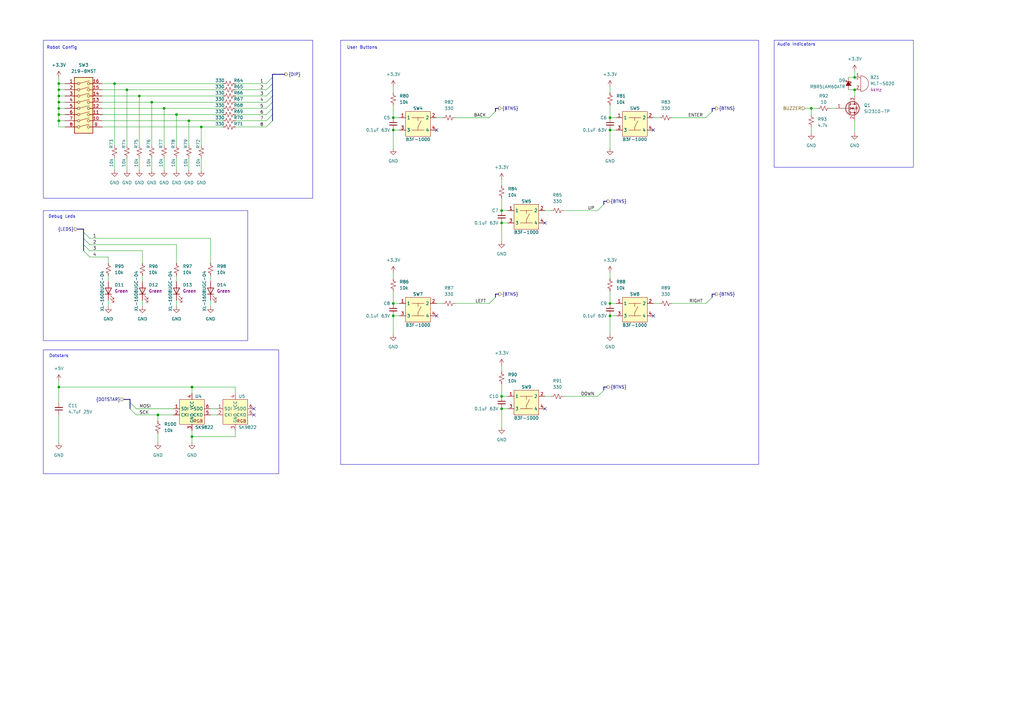
<source format=kicad_sch>
(kicad_sch (version 20231120) (generator "eeschema") (generator_version "8.0")
  (paper "A3")
  (title_block (title "Control") (date "2024-12-21") (rev "v3.0") (company "SSL A-Team") (comment 1 "Author: Will Stuckey"))
  (lib_symbols
    (symbol "AT-LED:SK9822"
      (property "Reference" "U" (at 1.27 6.35 0))
      (property "Value" "SK9822" (at 5.08 -6.35 0))
      (symbol "SK9822_0_0"
        (text "RGB" (at 2.54 -3.81 0) (effects (font (size 1.27 1.27))))
      )
      (symbol "SK9822_0_1"
        (rectangle (start -5.08 5.08) (end 5.08 -5.08) (stroke (width 0.1524)) (fill (type background)))
      )
      (symbol "SK9822_1_1"
        (pin input line (at -7.62 1.27 0) (length 2.54) (name "SDI") (number "1"))
        (pin input line (at -7.62 -1.27 0) (length 2.54) (name "CKI") (number "2"))
        (pin power_in line (at 0 -7.62 90) (length 2.54) (name "GND") (number "3"))
        (pin power_in line (at 0 7.62 270) (length 2.54) (name "VCC") (number "4"))
        (pin output line (at 7.62 -1.27 180) (length 2.54) (name "CKO") (number "5"))
        (pin output line (at 7.62 1.27 180) (length 2.54) (name "SDO") (number "6"))
      )
    )
    (symbol "AT-Switches:SPST_12-34"
      (property "Reference" "SW" (at 0 6.35 0))
      (property "Value" "SPST_12-34" (at 0 -6.35 0))
      (symbol "SPST_12-34_0_1"
        (rectangle (start -5.08 5.08) (end 5.08 -5.08) (fill (type background)))
        (polyline (pts (xy -2.54 -2.54) (xy 2.54 -2.54)))
        (polyline (pts (xy 0 -2.54) (xy 0 -1.27)))
        (polyline (pts (xy 0 -1.27) (xy 1.27 1.27)))
        (polyline (pts (xy 0 2.54) (xy 0 1.27)))
        (polyline (pts (xy 2.54 2.54) (xy -2.54 2.54)))
      )
      (symbol "SPST_12-34_1_1"
        (pin passive line (at -7.62 2.54 0) (length 2.54) (name "1") (number "1"))
        (pin passive line (at 7.62 2.54 180) (length 2.54) (name "2") (number "2"))
        (pin passive line (at -7.62 -2.54 0) (length 2.54) (name "3") (number "3"))
        (pin passive line (at 7.62 -2.54 180) (length 2.54) (name "4") (number "4"))
      )
    )
    (symbol "Device:Buzzer" (pin_names (offset 0.0254) hide)
      (property "Reference" "BZ" (at 3.81 1.27 0))
      (property "Value" "Buzzer" (at 3.81 -1.27 0))
      (symbol "Buzzer_0_1"
        (arc (start 0 -3.175) (mid 3.1612 0) (end 0 3.175))
        (polyline (pts (xy -1.651 1.905) (xy -1.143 1.905)))
        (polyline (pts (xy -1.397 2.159) (xy -1.397 1.651)))
        (polyline (pts (xy 0 3.175) (xy 0 -3.175)))
      )
      (symbol "Buzzer_1_1"
        (pin passive line (at -2.54 2.54 0) (length 2.54) (name "-") (number "1"))
        (pin passive line (at -2.54 -2.54 0) (length 2.54) (name "+") (number "2"))
      )
    )
    (symbol "Device:C_Small" (pin_numbers hide) (pin_names (offset 0.254) hide)
      (property "Reference" "C" (at 0.254 1.778 0))
      (property "Value" "C_Small" (at 0.254 -2.032 0))
      (symbol "C_Small_0_1"
        (polyline (pts (xy -1.524 -0.508) (xy 1.524 -0.508)) (stroke (width 0.3302)))
        (polyline (pts (xy -1.524 0.508) (xy 1.524 0.508)) (stroke (width 0.3048)))
      )
      (symbol "C_Small_1_1"
        (pin passive line (at 0 2.54 270) (length 2.032) (name "~") (number "1"))
        (pin passive line (at 0 -2.54 90) (length 2.032) (name "~") (number "2"))
      )
    )
    (symbol "Device:D_Schottky_Small_Filled" (pin_numbers hide) (pin_names (offset 0.254) hide)
      (property "Reference" "D" (at -1.27 2.032 0))
      (property "Value" "D_Schottky_Small_Filled" (at -7.112 -2.032 0))
      (symbol "D_Schottky_Small_Filled_0_1"
        (polyline (pts (xy -0.762 0) (xy 0.762 0)))
        (polyline (pts (xy 0.762 -1.016) (xy -0.762 0) (xy 0.762 1.016) (xy 0.762 -1.016)) (stroke (width 0.254)) (fill (type outline)))
        (polyline (pts (xy -1.27 0.762) (xy -1.27 1.016) (xy -0.762 1.016) (xy -0.762 -1.016) (xy -0.254 -1.016) (xy -0.254 -0.762)) (stroke (width 0.254)))
      )
      (symbol "D_Schottky_Small_Filled_1_1"
        (pin passive line (at -2.54 0 0) (length 1.778) (name "K") (number "1"))
        (pin passive line (at 2.54 0 180) (length 1.778) (name "A") (number "2"))
      )
    )
    (symbol "Device:LED" (pin_numbers hide) (pin_names (offset 1.016) hide)
      (property "Reference" "D" (at 0 2.54 0))
      (property "Value" "LED" (at 0 -2.54 0))
      (symbol "LED_0_1"
        (polyline (pts (xy -1.27 -1.27) (xy -1.27 1.27)) (stroke (width 0.254)))
        (polyline (pts (xy -1.27 0) (xy 1.27 0)))
        (polyline (pts (xy 1.27 -1.27) (xy 1.27 1.27) (xy -1.27 0) (xy 1.27 -1.27)) (stroke (width 0.254)))
        (polyline (pts (xy -3.048 -0.762) (xy -4.572 -2.286) (xy -3.81 -2.286) (xy -4.572 -2.286) (xy -4.572 -1.524)))
        (polyline (pts (xy -1.778 -0.762) (xy -3.302 -2.286) (xy -2.54 -2.286) (xy -3.302 -2.286) (xy -3.302 -1.524)))
      )
      (symbol "LED_1_1"
        (pin passive line (at -3.81 0 0) (length 2.54) (name "K") (number "1"))
        (pin passive line (at 3.81 0 180) (length 2.54) (name "A") (number "2"))
      )
    )
    (symbol "Device:Q_NMOS_GSD" (pin_names (offset 0) hide)
      (property "Reference" "Q" (at 5.08 1.27 0))
      (property "Value" "Q_NMOS_GSD" (at 5.08 -1.27 0))
      (symbol "Q_NMOS_GSD_0_1"
        (polyline (pts (xy 0.254 0) (xy -2.54 0)))
        (polyline (pts (xy 0.254 1.905) (xy 0.254 -1.905)) (stroke (width 0.254)))
        (polyline (pts (xy 0.762 -1.27) (xy 0.762 -2.286)) (stroke (width 0.254)))
        (polyline (pts (xy 0.762 0.508) (xy 0.762 -0.508)) (stroke (width 0.254)))
        (polyline (pts (xy 0.762 2.286) (xy 0.762 1.27)) (stroke (width 0.254)))
        (polyline (pts (xy 2.54 2.54) (xy 2.54 1.778)))
        (polyline (pts (xy 2.54 -2.54) (xy 2.54 0) (xy 0.762 0)))
        (polyline (pts (xy 0.762 -1.778) (xy 3.302 -1.778) (xy 3.302 1.778) (xy 0.762 1.778)))
        (polyline (pts (xy 1.016 0) (xy 2.032 0.381) (xy 2.032 -0.381) (xy 1.016 0)) (fill (type outline)))
        (polyline (pts (xy 2.794 0.508) (xy 2.921 0.381) (xy 3.683 0.381) (xy 3.81 0.254)))
        (polyline (pts (xy 3.302 0.381) (xy 2.921 -0.254) (xy 3.683 -0.254) (xy 3.302 0.381)))
        (circle (center 1.651 0) (radius 2.794) (stroke (width 0.254)))
        (circle (center 2.54 -1.778) (radius 0.254) (fill (type outline)))
        (circle (center 2.54 1.778) (radius 0.254) (fill (type outline)))
      )
      (symbol "Q_NMOS_GSD_1_1"
        (pin input line (at -5.08 0 0) (length 2.54) (name "G") (number "1"))
        (pin passive line (at 2.54 -5.08 90) (length 2.54) (name "S") (number "2"))
        (pin passive line (at 2.54 5.08 270) (length 2.54) (name "D") (number "3"))
      )
    )
    (symbol "Device:R_Small_US" (pin_numbers hide) (pin_names (offset 0.254) hide)
      (property "Reference" "R" (at 0.762 0.508 0))
      (property "Value" "R_Small_US" (at 0.762 -1.016 0))
      (symbol "R_Small_US_1_1"
        (polyline (pts (xy 0 0) (xy 1.016 -0.381) (xy 0 -0.762) (xy -1.016 -1.143) (xy 0 -1.524)))
        (polyline (pts (xy 0 1.524) (xy 1.016 1.143) (xy 0 0.762) (xy -1.016 0.381) (xy 0 0)))
        (pin passive line (at 0 2.54 270) (length 1.016) (name "~") (number "1"))
        (pin passive line (at 0 -2.54 90) (length 1.016) (name "~") (number "2"))
      )
    )
    (symbol "Switch:SW_DIP_x08" (pin_names (offset 0) hide)
      (property "Reference" "SW" (at 0 13.97 0))
      (property "Value" "SW_DIP_x08" (at 0 -11.43 0))
      (symbol "SW_DIP_x08_0_0"
        (circle (center -2.032 -7.62) (radius 0.508))
        (circle (center -2.032 -5.08) (radius 0.508))
        (circle (center -2.032 -2.54) (radius 0.508))
        (circle (center -2.032 0) (radius 0.508))
        (circle (center -2.032 2.54) (radius 0.508))
        (circle (center -2.032 5.08) (radius 0.508))
        (circle (center -2.032 7.62) (radius 0.508))
        (circle (center -2.032 10.16) (radius 0.508))
        (polyline (pts (xy -1.524 -7.4676) (xy 2.3622 -6.4262)))
        (polyline (pts (xy -1.524 -4.9276) (xy 2.3622 -3.8862)))
        (polyline (pts (xy -1.524 -2.3876) (xy 2.3622 -1.3462)))
        (polyline (pts (xy -1.524 0.127) (xy 2.3622 1.1684)))
        (polyline (pts (xy -1.524 2.667) (xy 2.3622 3.7084)))
        (polyline (pts (xy -1.524 5.207) (xy 2.3622 6.2484)))
        (polyline (pts (xy -1.524 7.747) (xy 2.3622 8.7884)))
        (polyline (pts (xy -1.524 10.287) (xy 2.3622 11.3284)))
        (circle (center 2.032 -7.62) (radius 0.508))
        (circle (center 2.032 -5.08) (radius 0.508))
        (circle (center 2.032 -2.54) (radius 0.508))
        (circle (center 2.032 0) (radius 0.508))
        (circle (center 2.032 2.54) (radius 0.508))
        (circle (center 2.032 5.08) (radius 0.508))
        (circle (center 2.032 7.62) (radius 0.508))
        (circle (center 2.032 10.16) (radius 0.508))
      )
      (symbol "SW_DIP_x08_0_1"
        (rectangle (start -3.81 12.7) (end 3.81 -10.16) (stroke (width 0.254)) (fill (type background)))
      )
      (symbol "SW_DIP_x08_1_1"
        (pin passive line (at -7.62 10.16 0) (length 5.08) (name "~") (number "1"))
        (pin passive line (at 7.62 -5.08 180) (length 5.08) (name "~") (number "10"))
        (pin passive line (at 7.62 -2.54 180) (length 5.08) (name "~") (number "11"))
        (pin passive line (at 7.62 0 180) (length 5.08) (name "~") (number "12"))
        (pin passive line (at 7.62 2.54 180) (length 5.08) (name "~") (number "13"))
        (pin passive line (at 7.62 5.08 180) (length 5.08) (name "~") (number "14"))
        (pin passive line (at 7.62 7.62 180) (length 5.08) (name "~") (number "15"))
        (pin passive line (at 7.62 10.16 180) (length 5.08) (name "~") (number "16"))
        (pin passive line (at -7.62 7.62 0) (length 5.08) (name "~") (number "2"))
        (pin passive line (at -7.62 5.08 0) (length 5.08) (name "~") (number "3"))
        (pin passive line (at -7.62 2.54 0) (length 5.08) (name "~") (number "4"))
        (pin passive line (at -7.62 0 0) (length 5.08) (name "~") (number "5"))
        (pin passive line (at -7.62 -2.54 0) (length 5.08) (name "~") (number "6"))
        (pin passive line (at -7.62 -5.08 0) (length 5.08) (name "~") (number "7"))
        (pin passive line (at -7.62 -7.62 0) (length 5.08) (name "~") (number "8"))
        (pin passive line (at 7.62 -7.62 180) (length 5.08) (name "~") (number "9"))
      )
    )
    (symbol "power:+3.3V" (power) (pin_names (offset 0))
      (property "Value" "+3.3V" (at 0 3.556 0))
      (symbol "+3.3V_0_1"
        (polyline (pts (xy -0.762 1.27) (xy 0 2.54)))
        (polyline (pts (xy 0 0) (xy 0 2.54)))
        (polyline (pts (xy 0 2.54) (xy 0.762 1.27)))
      )
      (symbol "+3.3V_1_1"
        (pin power_in line (at 0 0 90) (length 0) hide (name "+3.3V") (number "1"))
      )
    )
    (symbol "power:+5V" (power) (pin_names (offset 0))
      (property "Value" "+5V" (at 0 3.556 0))
      (symbol "+5V_0_1"
        (polyline (pts (xy -0.762 1.27) (xy 0 2.54)))
        (polyline (pts (xy 0 0) (xy 0 2.54)))
        (polyline (pts (xy 0 2.54) (xy 0.762 1.27)))
      )
      (symbol "+5V_1_1"
        (pin power_in line (at 0 0 90) (length 0) hide (name "+5V") (number "1"))
      )
    )
    (symbol "power:GND" (power) (pin_names (offset 0))
      (property "Value" "GND" (at 0 -3.81 0))
      (symbol "GND_0_1"
        (polyline (pts (xy 0 0) (xy 0 -1.27) (xy 1.27 -1.27) (xy 0 -2.54) (xy -1.27 -1.27) (xy 0 -1.27)))
      )
      (symbol "GND_1_1"
        (pin power_in line (at 0 0 270) (length 0) hide (name "GND") (number "1"))
      )
    )
  )
  (bus_alias "BTNS" (members "UP" "DOWN" "LEFT" "RIGHT" "ENTER" "BACK"))
  (bus_alias "DIP" (members "1" "2" "3" "4" "5" "6" "7" "8"))
  (junction (at 24.13 158.75))
  (junction (at 24.13 39.37))
  (junction (at 24.13 46.99))
  (junction (at 250.19 124.46))
  (junction (at 62.23 41.91))
  (junction (at 77.47 49.53))
  (junction (at 78.74 158.75))
  (junction (at 161.29 53.34))
  (junction (at 161.29 124.46))
  (junction (at 205.74 162.56))
  (junction (at 78.74 179.07))
  (junction (at 250.19 53.34))
  (junction (at 57.15 39.37))
  (junction (at 82.55 52.07))
  (junction (at 205.74 86.36))
  (junction (at 350.52 36.83))
  (junction (at 24.13 36.83))
  (junction (at 161.29 129.54))
  (junction (at 250.19 48.26))
  (junction (at 67.31 44.45))
  (junction (at 205.74 167.64))
  (junction (at 332.74 44.45))
  (junction (at 24.13 41.91))
  (junction (at 46.99 34.29))
  (junction (at 72.39 46.99))
  (junction (at 250.19 129.54))
  (junction (at 52.07 36.83))
  (junction (at 24.13 44.45))
  (junction (at 24.13 49.53))
  (junction (at 205.74 91.44))
  (junction (at 350.52 31.75))
  (junction (at 161.29 48.26))
  (junction (at 24.13 34.29))
  (junction (at 64.77 170.18))
  (no_connect (at 223.52 91.44))
  (no_connect (at 179.07 129.54))
  (no_connect (at 267.97 129.54))
  (no_connect (at 267.97 53.34))
  (no_connect (at 104.14 167.64))
  (no_connect (at 179.07 53.34))
  (no_connect (at 104.14 170.18))
  (no_connect (at 223.52 167.64))
  (bus_entry (at 292.1 121.92) (size -2.54 2.54))
  (bus_entry (at 247.65 83.82) (size -2.54 2.54))
  (bus_entry (at 111.76 49.53) (size -2.54 2.54))
  (bus_entry (at 111.76 34.29) (size -2.54 2.54))
  (bus_entry (at 53.34 167.64) (size 2.54 2.54))
  (bus_entry (at 111.76 36.83) (size -2.54 2.54))
  (bus_entry (at 111.76 46.99) (size -2.54 2.54))
  (bus_entry (at 111.76 44.45) (size -2.54 2.54))
  (bus_entry (at 34.29 95.25) (size 2.54 2.54))
  (bus_entry (at 203.2 121.92) (size -2.54 2.54))
  (bus_entry (at 34.29 100.33) (size 2.54 2.54))
  (bus_entry (at 34.29 97.79) (size 2.54 2.54))
  (bus_entry (at 111.76 39.37) (size -2.54 2.54))
  (bus_entry (at 53.34 165.1) (size 2.54 2.54))
  (bus_entry (at 111.76 41.91) (size -2.54 2.54))
  (bus_entry (at 111.76 31.75) (size -2.54 2.54))
  (bus_entry (at 203.2 45.72) (size -2.54 2.54))
  (bus_entry (at 34.29 102.87) (size 2.54 2.54))
  (bus_entry (at 292.1 45.72) (size -2.54 2.54))
  (bus_entry (at 247.65 160.02) (size -2.54 2.54))
  (bus (pts (xy 111.76 31.75) (xy 111.76 34.29)))
  (bus (pts (xy 111.76 44.45) (xy 111.76 46.99)))
  (wire (pts (xy 24.13 46.99) (xy 24.13 49.53)))
  (bus (pts (xy 34.29 95.25) (xy 34.29 97.79)))
  (wire (pts (xy 332.74 44.45) (xy 332.74 46.99)))
  (wire (pts (xy 78.74 176.53) (xy 78.74 179.07)))
  (wire (pts (xy 24.13 39.37) (xy 26.67 39.37)))
  (wire (pts (xy 41.91 41.91) (xy 62.23 41.91)))
  (wire (pts (xy 67.31 44.45) (xy 67.31 59.69)))
  (wire (pts (xy 58.42 113.03) (xy 58.42 115.57)))
  (wire (pts (xy 350.52 36.83) (xy 350.52 39.37)))
  (wire (pts (xy 347.98 36.83) (xy 350.52 36.83)))
  (wire (pts (xy 332.74 44.45) (xy 335.28 44.45)))
  (wire (pts (xy 205.74 157.48) (xy 205.74 162.56)))
  (wire (pts (xy 36.83 97.79) (xy 86.36 97.79)))
  (wire (pts (xy 58.42 123.19) (xy 58.42 125.73)))
  (wire (pts (xy 231.14 86.36) (xy 245.11 86.36)))
  (wire (pts (xy 267.97 48.26) (xy 270.51 48.26)))
  (wire (pts (xy 55.88 170.18) (xy 64.77 170.18)))
  (bus (pts (xy 247.65 82.55) (xy 247.65 83.82)))
  (bus (pts (xy 203.2 44.45) (xy 203.2 45.72)))
  (wire (pts (xy 205.74 86.36) (xy 208.28 86.36)))
  (wire (pts (xy 24.13 36.83) (xy 24.13 39.37)))
  (wire (pts (xy 24.13 158.75) (xy 78.74 158.75)))
  (wire (pts (xy 96.52 36.83) (xy 109.22 36.83)))
  (wire (pts (xy 88.9 170.18) (xy 86.36 170.18)))
  (wire (pts (xy 52.07 36.83) (xy 91.44 36.83)))
  (wire (pts (xy 46.99 64.77) (xy 46.99 69.85)))
  (wire (pts (xy 86.36 123.19) (xy 86.36 125.73)))
  (wire (pts (xy 161.29 129.54) (xy 163.83 129.54)))
  (bus (pts (xy 53.34 165.1) (xy 53.34 167.64)))
  (wire (pts (xy 24.13 41.91) (xy 26.67 41.91)))
  (bus (pts (xy 203.2 44.45) (xy 204.47 44.45)))
  (wire (pts (xy 78.74 158.75) (xy 96.52 158.75)))
  (wire (pts (xy 46.99 34.29) (xy 91.44 34.29)))
  (wire (pts (xy 24.13 170.18) (xy 24.13 181.61)))
  (wire (pts (xy 250.19 43.18) (xy 250.19 48.26)))
  (wire (pts (xy 205.74 162.56) (xy 208.28 162.56)))
  (bus (pts (xy 111.76 30.48) (xy 116.84 30.48)))
  (wire (pts (xy 77.47 49.53) (xy 77.47 59.69)))
  (wire (pts (xy 41.91 36.83) (xy 52.07 36.83)))
  (wire (pts (xy 161.29 119.38) (xy 161.29 124.46)))
  (wire (pts (xy 205.74 81.28) (xy 205.74 86.36)))
  (wire (pts (xy 57.15 64.77) (xy 57.15 69.85)))
  (bus (pts (xy 247.65 158.75) (xy 248.92 158.75)))
  (bus (pts (xy 292.1 120.65) (xy 292.1 121.92)))
  (wire (pts (xy 250.19 53.34) (xy 250.19 60.96)))
  (wire (pts (xy 57.15 39.37) (xy 57.15 59.69)))
  (wire (pts (xy 26.67 52.07) (xy 24.13 52.07)))
  (wire (pts (xy 72.39 46.99) (xy 91.44 46.99)))
  (wire (pts (xy 41.91 44.45) (xy 67.31 44.45)))
  (wire (pts (xy 24.13 44.45) (xy 24.13 46.99)))
  (bus (pts (xy 292.1 44.45) (xy 292.1 45.72)))
  (wire (pts (xy 41.91 49.53) (xy 77.47 49.53)))
  (wire (pts (xy 96.52 34.29) (xy 109.22 34.29)))
  (wire (pts (xy 223.52 86.36) (xy 226.06 86.36)))
  (wire (pts (xy 36.83 105.41) (xy 44.45 105.41)))
  (wire (pts (xy 86.36 113.03) (xy 86.36 115.57)))
  (wire (pts (xy 161.29 53.34) (xy 161.29 60.96)))
  (bus (pts (xy 111.76 34.29) (xy 111.76 36.83)))
  (bus (pts (xy 111.76 41.91) (xy 111.76 44.45)))
  (bus (pts (xy 53.34 163.83) (xy 53.34 165.1)))
  (wire (pts (xy 275.59 124.46) (xy 289.56 124.46)))
  (bus (pts (xy 34.29 97.79) (xy 34.29 100.33)))
  (wire (pts (xy 161.29 35.56) (xy 161.29 38.1)))
  (wire (pts (xy 96.52 44.45) (xy 109.22 44.45)))
  (wire (pts (xy 161.29 53.34) (xy 163.83 53.34)))
  (wire (pts (xy 55.88 167.64) (xy 71.12 167.64)))
  (wire (pts (xy 24.13 39.37) (xy 24.13 41.91)))
  (wire (pts (xy 41.91 46.99) (xy 72.39 46.99)))
  (wire (pts (xy 332.74 52.07) (xy 332.74 54.61)))
  (wire (pts (xy 250.19 53.34) (xy 252.73 53.34)))
  (wire (pts (xy 24.13 156.21) (xy 24.13 158.75)))
  (wire (pts (xy 88.9 167.64) (xy 86.36 167.64)))
  (wire (pts (xy 24.13 36.83) (xy 26.67 36.83)))
  (bus (pts (xy 50.8 163.83) (xy 53.34 163.83)))
  (wire (pts (xy 67.31 64.77) (xy 67.31 69.85)))
  (wire (pts (xy 161.29 124.46) (xy 163.83 124.46)))
  (wire (pts (xy 36.83 100.33) (xy 72.39 100.33)))
  (wire (pts (xy 77.47 49.53) (xy 91.44 49.53)))
  (bus (pts (xy 111.76 30.48) (xy 111.76 31.75)))
  (wire (pts (xy 41.91 52.07) (xy 82.55 52.07)))
  (wire (pts (xy 231.14 162.56) (xy 245.11 162.56)))
  (wire (pts (xy 24.13 46.99) (xy 26.67 46.99)))
  (wire (pts (xy 96.52 46.99) (xy 109.22 46.99)))
  (wire (pts (xy 57.15 39.37) (xy 91.44 39.37)))
  (wire (pts (xy 58.42 107.95) (xy 58.42 102.87)))
  (wire (pts (xy 62.23 64.77) (xy 62.23 69.85)))
  (wire (pts (xy 347.98 31.75) (xy 350.52 31.75)))
  (wire (pts (xy 350.52 49.53) (xy 350.52 54.61)))
  (wire (pts (xy 205.74 73.66) (xy 205.74 76.2)))
  (wire (pts (xy 179.07 48.26) (xy 181.61 48.26)))
  (wire (pts (xy 82.55 64.77) (xy 82.55 69.85)))
  (wire (pts (xy 24.13 41.91) (xy 24.13 44.45)))
  (wire (pts (xy 96.52 49.53) (xy 109.22 49.53)))
  (bus (pts (xy 247.65 82.55) (xy 248.92 82.55)))
  (wire (pts (xy 82.55 52.07) (xy 91.44 52.07)))
  (wire (pts (xy 82.55 52.07) (xy 82.55 59.69)))
  (wire (pts (xy 250.19 35.56) (xy 250.19 38.1)))
  (bus (pts (xy 34.29 93.98) (xy 31.75 93.98)))
  (wire (pts (xy 36.83 102.87) (xy 58.42 102.87)))
  (bus (pts (xy 292.1 120.65) (xy 293.37 120.65)))
  (wire (pts (xy 205.74 167.64) (xy 208.28 167.64)))
  (wire (pts (xy 24.13 49.53) (xy 26.67 49.53)))
  (bus (pts (xy 34.29 93.98) (xy 34.29 95.25)))
  (wire (pts (xy 62.23 41.91) (xy 62.23 59.69)))
  (wire (pts (xy 179.07 124.46) (xy 181.61 124.46)))
  (wire (pts (xy 77.47 64.77) (xy 77.47 69.85)))
  (bus (pts (xy 292.1 44.45) (xy 293.37 44.45)))
  (wire (pts (xy 62.23 41.91) (xy 91.44 41.91)))
  (wire (pts (xy 340.36 44.45) (xy 342.9 44.45)))
  (wire (pts (xy 44.45 113.03) (xy 44.45 115.57)))
  (wire (pts (xy 52.07 36.83) (xy 52.07 59.69)))
  (wire (pts (xy 24.13 34.29) (xy 24.13 36.83)))
  (wire (pts (xy 78.74 179.07) (xy 78.74 181.61)))
  (wire (pts (xy 161.29 129.54) (xy 161.29 137.16)))
  (wire (pts (xy 46.99 34.29) (xy 46.99 59.69)))
  (wire (pts (xy 24.13 34.29) (xy 26.67 34.29)))
  (wire (pts (xy 205.74 167.64) (xy 205.74 175.26)))
  (wire (pts (xy 72.39 123.19) (xy 72.39 125.73)))
  (wire (pts (xy 24.13 44.45) (xy 26.67 44.45)))
  (bus (pts (xy 203.2 120.65) (xy 204.47 120.65)))
  (wire (pts (xy 275.59 48.26) (xy 289.56 48.26)))
  (wire (pts (xy 350.52 29.21) (xy 350.52 31.75)))
  (wire (pts (xy 330.2 44.45) (xy 332.74 44.45)))
  (wire (pts (xy 24.13 52.07) (xy 24.13 49.53)))
  (wire (pts (xy 64.77 170.18) (xy 64.77 172.72)))
  (wire (pts (xy 186.69 124.46) (xy 200.66 124.46)))
  (wire (pts (xy 67.31 44.45) (xy 91.44 44.45)))
  (wire (pts (xy 96.52 176.53) (xy 96.52 179.07)))
  (bus (pts (xy 111.76 36.83) (xy 111.76 39.37)))
  (bus (pts (xy 247.65 158.75) (xy 247.65 160.02)))
  (bus (pts (xy 111.76 46.99) (xy 111.76 49.53)))
  (wire (pts (xy 223.52 162.56) (xy 226.06 162.56)))
  (wire (pts (xy 96.52 41.91) (xy 109.22 41.91)))
  (wire (pts (xy 86.36 107.95) (xy 86.36 97.79)))
  (bus (pts (xy 203.2 120.65) (xy 203.2 121.92)))
  (wire (pts (xy 186.69 48.26) (xy 200.66 48.26)))
  (wire (pts (xy 96.52 158.75) (xy 96.52 161.29)))
  (wire (pts (xy 250.19 111.76) (xy 250.19 114.3)))
  (wire (pts (xy 52.07 64.77) (xy 52.07 69.85)))
  (wire (pts (xy 205.74 149.86) (xy 205.74 152.4)))
  (wire (pts (xy 250.19 119.38) (xy 250.19 124.46)))
  (wire (pts (xy 72.39 64.77) (xy 72.39 69.85)))
  (wire (pts (xy 250.19 124.46) (xy 252.73 124.46)))
  (wire (pts (xy 250.19 129.54) (xy 250.19 137.16)))
  (wire (pts (xy 64.77 170.18) (xy 71.12 170.18)))
  (wire (pts (xy 24.13 31.75) (xy 24.13 34.29)))
  (wire (pts (xy 161.29 43.18) (xy 161.29 48.26)))
  (wire (pts (xy 78.74 179.07) (xy 96.52 179.07)))
  (wire (pts (xy 96.52 39.37) (xy 109.22 39.37)))
  (wire (pts (xy 72.39 107.95) (xy 72.39 100.33)))
  (wire (pts (xy 250.19 48.26) (xy 252.73 48.26)))
  (wire (pts (xy 96.52 52.07) (xy 109.22 52.07)))
  (wire (pts (xy 205.74 91.44) (xy 208.28 91.44)))
  (wire (pts (xy 205.74 91.44) (xy 205.74 99.06)))
  (wire (pts (xy 41.91 34.29) (xy 46.99 34.29)))
  (wire (pts (xy 41.91 39.37) (xy 57.15 39.37)))
  (wire (pts (xy 161.29 111.76) (xy 161.29 114.3)))
  (wire (pts (xy 44.45 105.41) (xy 44.45 107.95)))
  (bus (pts (xy 34.29 100.33) (xy 34.29 102.87)))
  (wire (pts (xy 78.74 158.75) (xy 78.74 161.29)))
  (wire (pts (xy 267.97 124.46) (xy 270.51 124.46)))
  (wire (pts (xy 161.29 48.26) (xy 163.83 48.26)))
  (wire (pts (xy 72.39 113.03) (xy 72.39 115.57)))
  (wire (pts (xy 24.13 158.75) (xy 24.13 165.1)))
  (wire (pts (xy 250.19 129.54) (xy 252.73 129.54)))
  (wire (pts (xy 44.45 123.19) (xy 44.45 125.73)))
  (wire (pts (xy 72.39 46.99) (xy 72.39 59.69)))
  (bus (pts (xy 111.76 39.37) (xy 111.76 41.91)))
  (wire (pts (xy 64.77 177.8) (xy 64.77 181.61)))
  (rectangle (start 139.7 16.51) (end 311.15 190.5))
  (rectangle (start 17.78 16.51) (end 128.27 81.28))
  (rectangle (start 317.5 16.51) (end 374.65 68.58))
  (rectangle (start 17.78 143.51) (end 114.3 194.31))
  (rectangle (start 17.78 86.36) (end 101.6 139.7))
  (text "Dotstars" (at 24.13 146.05 0) (effects (font (size 1.27 1.27))))
  (text "Robot Config" (at 19.05 20.32 0) (effects (font (size 1.27 1.27)) (justify left bottom)))
  (text "Debug Leds" (at 25.4 88.9 0) (effects (font (size 1.27 1.27))))
  (text "Audio Indicators" (at 318.77 19.05 0) (effects (font (size 1.27 1.27)) (justify left bottom)))
  (text "User Buttons" (at 142.24 20.32 0) (effects (font (size 1.27 1.27)) (justify left bottom)))
  (label "4" (at 106.68 41.91 0))
  (label "6" (at 106.68 46.99 0))
  (label "RIGHT" (at 288.29 124.46 180))
  (label "MOSI" (at 57.15 167.64 0))
  (label "BACK" (at 199.39 48.26 180))
  (label "5" (at 106.68 44.45 0))
  (label "UP" (at 243.84 86.36 180))
  (label "7" (at 106.68 49.53 0))
  (label "4" (at 38.1 105.41 0))
  (label "2" (at 38.1 100.33 0))
  (label "8" (at 106.68 52.07 0))
  (label "3" (at 38.1 102.87 0))
  (label "2" (at 106.68 36.83 0))
  (label "ENTER" (at 288.29 48.26 180))
  (label "1" (at 106.68 34.29 0))
  (label "SCK" (at 57.15 170.18 0))
  (label "DOWN" (at 243.84 162.56 180))
  (label "3" (at 106.68 39.37 0))
  (label "1" (at 38.1 97.79 0))
  (label "LEFT" (at 199.39 124.46 180))
  (hierarchical_label "BUZZER" (shape input) (at 330.2 44.45 180))
  (hierarchical_label "{BTNS}" (shape output) (at 248.92 82.55 0))
  (hierarchical_label "{BTNS}" (shape output) (at 248.92 158.75 0))
  (hierarchical_label "{BTNS}" (shape output) (at 293.37 120.65 0))
  (hierarchical_label "{BTNS}" (shape output) (at 293.37 44.45 0))
  (hierarchical_label "{DOTSTAR}" (shape input) (at 50.8 163.83 180))
  (hierarchical_label "{BTNS}" (shape output) (at 204.47 44.45 0))
  (hierarchical_label "{DIP}" (shape output) (at 116.84 30.48 0))
  (hierarchical_label "{LEDS}" (shape input) (at 31.75 93.98 180))
  (hierarchical_label "{BTNS}" (shape output) (at 204.47 120.65 0))
  (symbol (lib_id "Device:R_Small_US") (at 273.05 48.26 90) (unit 1)
    (property "Reference" "R83" (at 273.05 41.91 90))
    (property "Value" "330" (at 273.05 44.45 90))
    (property "Footprint" "Resistor_SMD:R_0402_1005Metric" (effects (hide yes)))
  )
  (symbol (lib_id "power:GND") (at 44.45 125.73 0) (unit 1)
    (property "Reference" "#PWR0108" (effects (hide yes)))
    (property "Value" "GND" (at 44.45 130.81 0))
  )
  (symbol (lib_id "power:GND") (at 250.19 137.16 0) (unit 1)
    (property "Reference" "#PWR097" (effects (hide yes)))
    (property "Value" "GND" (at 250.19 142.24 0))
  )
  (symbol (lib_id "power:GND") (at 24.13 181.61 0) (unit 1)
    (property "Reference" "#PWR0105" (effects (hide yes)))
    (property "Value" "GND" (at 24.13 186.69 0))
  )
  (symbol (lib_id "power:GND") (at 161.29 137.16 0) (unit 1)
    (property "Reference" "#PWR095" (effects (hide yes)))
    (property "Value" "GND" (at 161.29 142.24 0))
  )
  (symbol (lib_id "Device:R_Small_US") (at 250.19 40.64 180) (unit 1)
    (property "Reference" "R81" (at 252.73 39.3699 0) (effects (justify right)))
    (property "Value" "10k" (at 252.73 41.9099 0) (effects (justify right)))
    (property "Footprint" "Resistor_SMD:R_0402_1005Metric" (effects (hide yes)))
  )
  (symbol (lib_id "power:+5V") (at 24.13 156.21 0) (unit 1)
    (property "Reference" "#PWR0104" (effects (hide yes)))
    (property "Value" "+5V" (at 24.13 151.13 0))
  )
  (symbol (lib_id "Device:R_Small_US") (at 184.15 48.26 90) (unit 1)
    (property "Reference" "R82" (at 184.15 41.91 90))
    (property "Value" "330" (at 184.15 44.45 90))
    (property "Footprint" "Resistor_SMD:R_0402_1005Metric" (effects (hide yes)))
  )
  (symbol (lib_id "power:GND") (at 82.55 69.85 0) (unit 1)
    (property "Reference" "#PWR080" (effects (hide yes)))
    (property "Value" "GND" (at 82.55 74.93 0))
  )
  (symbol (lib_id "Device:R_Small_US") (at 46.99 62.23 180) (unit 1)
    (property "Reference" "R73" (at 45.72 60.96 90) (effects (justify right)))
    (property "Value" "10k" (at 45.72 68.58 90) (effects (justify right)))
    (property "Footprint" "Resistor_SMD:R_0402_1005Metric" (effects (hide yes)))
  )
  (symbol (lib_id "AT-Switches:SPST_12-34") (at 171.45 127 0) (unit 1)
    (property "Reference" "SW7" (at 171.45 120.65 0))
    (property "Value" "B3F-1000" (at 171.45 133.35 0))
    (property "Footprint" "AT-Switches:B3F-1000" (effects (hide yes)))
  )
  (symbol (lib_id "power:GND") (at 205.74 99.06 0) (unit 1)
    (property "Reference" "#PWR093" (effects (hide yes)))
    (property "Value" "GND" (at 205.74 104.14 0))
  )
  (symbol (lib_id "power:+3.3V") (at 24.13 31.75 0) (unit 1)
    (property "Reference" "#PWR079" (effects (hide yes)))
    (property "Value" "+3.3V" (at 24.13 26.67 0))
  )
  (symbol (lib_id "power:GND") (at 67.31 69.85 0) (unit 1)
    (property "Reference" "#PWR085" (effects (hide yes)))
    (property "Value" "GND" (at 67.31 74.93 0))
  )
  (symbol (lib_id "Device:R_Small_US") (at 93.98 49.53 90) (unit 1)
    (property "Reference" "R70" (at 97.79 48.26 90))
    (property "Value" "330" (at 90.17 48.26 90))
    (property "Footprint" "Resistor_SMD:R_0402_1005Metric" (effects (hide yes)))
  )
  (symbol (lib_id "Device:R_Small_US") (at 64.77 175.26 0) (unit 1)
    (property "Reference" "R100" (at 67.31 173.9899 0) (effects (justify left)))
    (property "Value" "10k" (at 67.31 176.5299 0) (effects (justify left)))
    (property "Footprint" "Resistor_SMD:R_0402_1005Metric" (effects (hide yes)))
  )
  (symbol (lib_id "Device:D_Schottky_Small_Filled") (at 347.98 34.29 90) (mirror x) (unit 1)
    (property "Reference" "D9" (at 346.71 33.02 90) (effects (justify left)))
    (property "Value" "RBR5LAM60ATR" (at 346.71 35.56 90) (effects (justify left)))
    (property "Footprint" "Diode_SMD:D_SOD-128" (effects (hide yes)))
  )
  (symbol (lib_id "power:GND") (at 64.77 181.61 0) (unit 1)
    (property "Reference" "#PWR0106" (effects (hide yes)))
    (property "Value" "GND" (at 64.77 186.69 0))
  )
  (symbol (lib_id "Device:R_Small_US") (at 58.42 110.49 0) (unit 1)
    (property "Reference" "R96" (at 60.96 109.2199 0) (effects (justify left)))
    (property "Value" "10k" (at 60.96 111.7599 0) (effects (justify left)))
    (property "Footprint" "Resistor_SMD:R_0402_1005Metric" (effects (hide yes)))
  )
  (symbol (lib_id "Device:C_Small") (at 250.19 50.8 0) (mirror y) (unit 1)
    (property "Reference" "C6" (at 248.92 48.26 0) (effects (justify left)))
    (property "Value" "0.1uF 63V" (at 248.92 53.34 0) (effects (justify left)))
    (property "Footprint" "Capacitor_SMD:C_0402_1005Metric" (effects (hide yes)))
  )
  (symbol (lib_id "Device:R_Small_US") (at 228.6 162.56 90) (unit 1)
    (property "Reference" "R91" (at 228.6 156.21 90))
    (property "Value" "330" (at 228.6 158.75 90))
    (property "Footprint" "Resistor_SMD:R_0402_1005Metric" (effects (hide yes)))
  )
  (symbol (lib_id "power:GND") (at 52.07 69.85 0) (unit 1)
    (property "Reference" "#PWR082" (effects (hide yes)))
    (property "Value" "GND" (at 52.07 74.93 0))
  )
  (symbol (lib_id "Device:R_Small_US") (at 184.15 124.46 90) (unit 1)
    (property "Reference" "R87" (at 184.15 118.11 90))
    (property "Value" "330" (at 184.15 120.65 90))
    (property "Footprint" "Resistor_SMD:R_0402_1005Metric" (effects (hide yes)))
  )
  (symbol (lib_id "Device:LED") (at 58.42 119.38 90) (unit 1)
    (property "Reference" "D12" (at 60.96 116.84 90) (effects (justify right)))
    (property "Value" "XL-1608UGC-04" (at 55.88 119.38 0))
    (property "Footprint" "AT-LED:LED0603" (effects (hide yes)))
    (property "Value2" "Green" (at 60.96 119.38 90) (effects (justify right)))
  )
  (symbol (lib_id "power:GND") (at 161.29 60.96 0) (unit 1)
    (property "Reference" "#PWR090" (effects (hide yes)))
    (property "Value" "GND" (at 161.29 66.04 0))
  )
  (symbol (lib_id "power:GND") (at 78.74 181.61 0) (unit 1)
    (property "Reference" "#PWR0107" (effects (hide yes)))
    (property "Value" "GND" (at 78.74 186.69 0))
  )
  (symbol (lib_id "Device:R_Small_US") (at 337.82 44.45 90) (unit 1)
    (property "Reference" "R92" (at 337.82 39.37 90))
    (property "Value" "10" (at 337.82 41.91 90))
    (property "Footprint" "Resistor_SMD:R_0402_1005Metric" (effects (hide yes)))
  )
  (symbol (lib_id "Device:C_Small") (at 205.74 88.9 0) (mirror y) (unit 1)
    (property "Reference" "C7" (at 204.47 86.36 0) (effects (justify left)))
    (property "Value" "0.1uF 63V" (at 204.47 91.44 0) (effects (justify left)))
    (property "Footprint" "Capacitor_SMD:C_0402_1005Metric" (effects (hide yes)))
  )
  (symbol (lib_id "Device:R_Small_US") (at 86.36 110.49 0) (unit 1)
    (property "Reference" "R98" (at 88.9 109.2199 0) (effects (justify left)))
    (property "Value" "10k" (at 88.9 111.7599 0) (effects (justify left)))
    (property "Footprint" "Resistor_SMD:R_0402_1005Metric" (effects (hide yes)))
  )
  (symbol (lib_id "AT-Switches:SPST_12-34") (at 215.9 165.1 0) (unit 1)
    (property "Reference" "SW9" (at 215.9 158.75 0))
    (property "Value" "B3F-1000" (at 215.9 171.45 0))
    (property "Footprint" "AT-Switches:B3F-1000" (effects (hide yes)))
  )
  (symbol (lib_id "Device:R_Small_US") (at 72.39 62.23 180) (unit 1)
    (property "Reference" "R78" (at 71.12 60.96 90) (effects (justify right)))
    (property "Value" "10k" (at 71.12 68.58 90) (effects (justify right)))
    (property "Footprint" "Resistor_SMD:R_0402_1005Metric" (effects (hide yes)))
  )
  (symbol (lib_id "Device:R_Small_US") (at 161.29 116.84 180) (unit 1)
    (property "Reference" "R86" (at 163.83 115.5699 0) (effects (justify right)))
    (property "Value" "10k" (at 163.83 118.1099 0) (effects (justify right)))
    (property "Footprint" "Resistor_SMD:R_0402_1005Metric" (effects (hide yes)))
  )
  (symbol (lib_id "Device:R_Small_US") (at 93.98 46.99 90) (unit 1)
    (property "Reference" "R69" (at 97.79 45.72 90))
    (property "Value" "330" (at 90.17 45.72 90))
    (property "Footprint" "Resistor_SMD:R_0402_1005Metric" (effects (hide yes)))
  )
  (symbol (lib_id "Device:R_Small_US") (at 77.47 62.23 180) (unit 1)
    (property "Reference" "R79" (at 76.2 60.96 90) (effects (justify right)))
    (property "Value" "10k" (at 76.2 68.58 90) (effects (justify right)))
    (property "Footprint" "Resistor_SMD:R_0402_1005Metric" (effects (hide yes)))
  )
  (symbol (lib_id "power:GND") (at 57.15 69.85 0) (unit 1)
    (property "Reference" "#PWR083" (effects (hide yes)))
    (property "Value" "GND" (at 57.15 74.93 0))
  )
  (symbol (lib_id "AT-Switches:SPST_12-34") (at 260.35 50.8 0) (unit 1)
    (property "Reference" "SW5" (at 260.35 44.45 0))
    (property "Value" "B3F-1000" (at 260.35 57.15 0))
    (property "Footprint" "AT-Switches:B3F-1000" (effects (hide yes)))
  )
  (symbol (lib_id "power:GND") (at 86.36 125.73 0) (unit 1)
    (property "Reference" "#PWR0111" (effects (hide yes)))
    (property "Value" "GND" (at 86.36 130.81 0))
  )
  (symbol (lib_id "Device:R_Small_US") (at 205.74 78.74 180) (unit 1)
    (property "Reference" "R84" (at 208.28 77.4699 0) (effects (justify right)))
    (property "Value" "10k" (at 208.28 80.0099 0) (effects (justify right)))
    (property "Footprint" "Resistor_SMD:R_0402_1005Metric" (effects (hide yes)))
  )
  (symbol (lib_id "power:GND") (at 77.47 69.85 0) (unit 1)
    (property "Reference" "#PWR087" (effects (hide yes)))
    (property "Value" "GND" (at 77.47 74.93 0))
  )
  (symbol (lib_id "Device:R_Small_US") (at 250.19 116.84 180) (unit 1)
    (property "Reference" "R88" (at 252.73 115.5699 0) (effects (justify right)))
    (property "Value" "10k" (at 252.73 118.1099 0) (effects (justify right)))
    (property "Footprint" "Resistor_SMD:R_0402_1005Metric" (effects (hide yes)))
  )
  (symbol (lib_id "Device:R_Small_US") (at 93.98 44.45 90) (unit 1)
    (property "Reference" "R68" (at 97.79 43.18 90))
    (property "Value" "330" (at 90.17 43.18 90))
    (property "Footprint" "Resistor_SMD:R_0402_1005Metric" (effects (hide yes)))
  )
  (symbol (lib_id "Device:R_Small_US") (at 205.74 154.94 180) (unit 1)
    (property "Reference" "R90" (at 208.28 153.6699 0) (effects (justify right)))
    (property "Value" "10k" (at 208.28 156.2099 0) (effects (justify right)))
    (property "Footprint" "Resistor_SMD:R_0402_1005Metric" (effects (hide yes)))
  )
  (symbol (lib_id "AT-LED:SK9822") (at 78.74 168.91 0) (unit 1)
    (property "Reference" "U4" (at 80.01 162.56 0) (effects (justify left)))
    (property "Value" "SK9822" (at 80.01 175.26 0) (effects (justify left)))
    (property "Footprint" "AT-LED:SK9822" (effects (hide yes)))
    (property "Datasheet" "https://cdn-shop.adafruit.com/product-files/2343/SK9822_SHIJI.pdf" (effects (hide yes)))
  )
  (symbol (lib_id "Device:C_Small") (at 24.13 167.64 180) (unit 1)
    (property "Reference" "C11" (at 27.94 166.3699 0) (effects (justify right)))
    (property "Value" "4.7uF 25V" (at 27.94 168.9099 0) (effects (justify right)))
    (property "Footprint" "Capacitor_SMD:C_0805_2012Metric" (effects (hide yes)))
  )
  (symbol (lib_id "Device:R_Small_US") (at 332.74 49.53 0) (unit 1)
    (property "Reference" "R93" (at 335.28 48.895 0) (effects (justify left)))
    (property "Value" "4.7k" (at 335.28 51.435 0) (effects (justify left)))
    (property "Footprint" "Resistor_SMD:R_0402_1005Metric" (effects (hide yes)))
  )
  (symbol (lib_id "Device:R_Small_US") (at 93.98 36.83 90) (unit 1)
    (property "Reference" "R65" (at 97.79 35.56 90))
    (property "Value" "330" (at 90.17 35.56 90))
    (property "Footprint" "Resistor_SMD:R_0402_1005Metric" (effects (hide yes)))
  )
  (symbol (lib_id "AT-LED:SK9822") (at 96.52 168.91 0) (unit 1)
    (property "Reference" "U5" (at 97.79 162.56 0) (effects (justify left)))
    (property "Value" "SK9822" (at 97.79 175.26 0) (effects (justify left)))
    (property "Footprint" "AT-LED:SK9822" (effects (hide yes)))
    (property "Datasheet" "https://cdn-shop.adafruit.com/product-files/2343/SK9822_SHIJI.pdf" (effects (hide yes)))
  )
  (symbol (lib_id "Device:Q_NMOS_GSD") (at 347.98 44.45 0) (unit 1)
    (property "Reference" "Q1" (at 354.33 43.1799 0) (effects (justify left)))
    (property "Value" "SI2310-TP" (at 354.33 45.7199 0) (effects (justify left)))
    (property "Footprint" "Package_TO_SOT_SMD:SOT-23" (effects (hide yes)))
  )
  (symbol (lib_id "power:GND") (at 332.74 54.61 0) (unit 1)
    (property "Reference" "#PWR0101" (effects (hide yes)))
    (property "Value" "GND" (at 332.74 59.69 0))
  )
  (symbol (lib_id "AT-Switches:SPST_12-34") (at 215.9 88.9 0) (unit 1)
    (property "Reference" "SW6" (at 215.9 82.55 0))
    (property "Value" "B3F-1000" (at 215.9 95.25 0))
    (property "Footprint" "AT-Switches:B3F-1000" (effects (hide yes)))
  )
  (symbol (lib_id "power:GND") (at 205.74 175.26 0) (unit 1)
    (property "Reference" "#PWR099" (effects (hide yes)))
    (property "Value" "GND" (at 205.74 180.34 0))
  )
  (symbol (lib_id "Device:R_Small_US") (at 67.31 62.23 180) (unit 1)
    (property "Reference" "R77" (at 66.04 60.96 90) (effects (justify right)))
    (property "Value" "10k" (at 66.04 68.58 90) (effects (justify right)))
    (property "Footprint" "Resistor_SMD:R_0402_1005Metric" (effects (hide yes)))
  )
  (symbol (lib_id "power:GND") (at 46.99 69.85 0) (unit 1)
    (property "Reference" "#PWR081" (effects (hide yes)))
    (property "Value" "GND" (at 46.99 74.93 0))
  )
  (symbol (lib_id "power:GND") (at 350.52 54.61 0) (unit 1)
    (property "Reference" "#PWR0102" (effects (hide yes)))
    (property "Value" "GND" (at 350.52 59.69 0))
  )
  (symbol (lib_id "power:GND") (at 72.39 69.85 0) (unit 1)
    (property "Reference" "#PWR086" (effects (hide yes)))
    (property "Value" "GND" (at 72.39 74.93 0))
  )
  (symbol (lib_id "power:+3.3V") (at 250.19 111.76 0) (unit 1)
    (property "Reference" "#PWR096" (effects (hide yes)))
    (property "Value" "+3.3V" (at 250.19 106.68 0))
  )
  (symbol (lib_id "power:GND") (at 72.39 125.73 0) (unit 1)
    (property "Reference" "#PWR0110" (effects (hide yes)))
    (property "Value" "GND" (at 72.39 130.81 0))
  )
  (symbol (lib_id "Device:LED") (at 86.36 119.38 90) (unit 1)
    (property "Reference" "D14" (at 88.9 116.84 90) (effects (justify right)))
    (property "Value" "XL-1608UGC-04" (at 83.82 119.38 0))
    (property "Footprint" "AT-LED:LED0603" (effects (hide yes)))
    (property "Value2" "Green" (at 88.9 119.38 90) (effects (justify right)))
  )
  (symbol (lib_id "power:+3.3V") (at 350.52 29.21 0) (unit 1)
    (property "Reference" "#PWR0100" (effects (hide yes)))
    (property "Value" "+3.3V" (at 350.52 24.13 0))
  )
  (symbol (lib_id "Device:C_Small") (at 250.19 127 0) (mirror y) (unit 1)
    (property "Reference" "C9" (at 248.92 124.46 0) (effects (justify left)))
    (property "Value" "0.1uF 63V" (at 248.92 129.54 0) (effects (justify left)))
    (property "Footprint" "Capacitor_SMD:C_0402_1005Metric" (effects (hide yes)))
  )
  (symbol (lib_id "power:+3.3V") (at 205.74 73.66 0) (unit 1)
    (property "Reference" "#PWR092" (effects (hide yes)))
    (property "Value" "+3.3V" (at 205.74 68.58 0))
  )
  (symbol (lib_id "power:+3.3V") (at 205.74 149.86 0) (unit 1)
    (property "Reference" "#PWR098" (effects (hide yes)))
    (property "Value" "+3.3V" (at 205.74 144.78 0))
  )
  (symbol (lib_id "Device:R_Small_US") (at 273.05 124.46 90) (unit 1)
    (property "Reference" "R89" (at 273.05 118.11 90))
    (property "Value" "330" (at 273.05 120.65 90))
    (property "Footprint" "Resistor_SMD:R_0402_1005Metric" (effects (hide yes)))
  )
  (symbol (lib_id "power:GND") (at 250.19 60.96 0) (unit 1)
    (property "Reference" "#PWR091" (effects (hide yes)))
    (property "Value" "GND" (at 250.19 66.04 0))
  )
  (symbol (lib_id "Device:C_Small") (at 205.74 165.1 0) (mirror y) (unit 1)
    (property "Reference" "C10" (at 204.47 162.56 0) (effects (justify left)))
    (property "Value" "0.1uF 63V" (at 204.47 167.64 0) (effects (justify left)))
    (property "Footprint" "Capacitor_SMD:C_0402_1005Metric" (effects (hide yes)))
  )
  (symbol (lib_id "Device:R_Small_US") (at 44.45 110.49 0) (unit 1)
    (property "Reference" "R95" (at 46.99 109.2199 0) (effects (justify left)))
    (property "Value" "10k" (at 46.99 111.7599 0) (effects (justify left)))
    (property "Footprint" "Resistor_SMD:R_0402_1005Metric" (effects (hide yes)))
  )
  (symbol (lib_id "Device:R_Small_US") (at 57.15 62.23 180) (unit 1)
    (property "Reference" "R75" (at 55.88 60.96 90) (effects (justify right)))
    (property "Value" "10k" (at 55.88 68.58 90) (effects (justify right)))
    (property "Footprint" "Resistor_SMD:R_0402_1005Metric" (effects (hide yes)))
  )
  (symbol (lib_id "Switch:SW_DIP_x08") (at 34.29 44.45 0) (unit 1)
    (property "Reference" "SW3" (at 34.29 26.67 0))
    (property "Value" "219-8MST" (at 34.29 29.21 0))
    (property "Footprint" "AT-Switches:219-8MST" (effects (hide yes)))
  )
  (symbol (lib_id "power:GND") (at 62.23 69.85 0) (unit 1)
    (property "Reference" "#PWR084" (effects (hide yes)))
    (property "Value" "GND" (at 62.23 74.93 0))
  )
  (symbol (lib_id "Device:R_Small_US") (at 82.55 62.23 180) (unit 1)
    (property "Reference" "R72" (at 81.28 60.96 90) (effects (justify right)))
    (property "Value" "10k" (at 81.28 68.58 90) (effects (justify right)))
    (property "Footprint" "Resistor_SMD:R_0402_1005Metric" (effects (hide yes)))
  )
  (symbol (lib_id "Device:C_Small") (at 161.29 50.8 0) (mirror y) (unit 1)
    (property "Reference" "C5" (at 160.02 48.26 0) (effects (justify left)))
    (property "Value" "0.1uF 63V" (at 160.02 53.34 0) (effects (justify left)))
    (property "Footprint" "Capacitor_SMD:C_0402_1005Metric" (effects (hide yes)))
  )
  (symbol (lib_id "Device:R_Small_US") (at 161.29 40.64 180) (unit 1)
    (property "Reference" "R80" (at 163.83 39.3699 0) (effects (justify right)))
    (property "Value" "10k" (at 163.83 41.9099 0) (effects (justify right)))
    (property "Footprint" "Resistor_SMD:R_0402_1005Metric" (effects (hide yes)))
  )
  (symbol (lib_id "Device:R_Small_US") (at 93.98 34.29 90) (unit 1)
    (property "Reference" "R64" (at 97.79 33.02 90))
    (property "Value" "330" (at 90.17 33.02 90))
    (property "Footprint" "Resistor_SMD:R_0402_1005Metric" (effects (hide yes)))
  )
  (symbol (lib_id "power:GND") (at 58.42 125.73 0) (unit 1)
    (property "Reference" "#PWR0109" (effects (hide yes)))
    (property "Value" "GND" (at 58.42 130.81 0))
  )
  (symbol (lib_id "Device:R_Small_US") (at 62.23 62.23 180) (unit 1)
    (property "Reference" "R76" (at 60.96 60.96 90) (effects (justify right)))
    (property "Value" "10k" (at 60.96 68.58 90) (effects (justify right)))
    (property "Footprint" "Resistor_SMD:R_0402_1005Metric" (effects (hide yes)))
  )
  (symbol (lib_id "Device:R_Small_US") (at 228.6 86.36 90) (unit 1)
    (property "Reference" "R85" (at 228.6 80.01 90))
    (property "Value" "330" (at 228.6 82.55 90))
    (property "Footprint" "Resistor_SMD:R_0402_1005Metric" (effects (hide yes)))
  )
  (symbol (lib_id "Device:R_Small_US") (at 93.98 52.07 90) (unit 1)
    (property "Reference" "R71" (at 97.79 50.8 90))
    (property "Value" "330" (at 90.17 50.8 90))
    (property "Footprint" "Resistor_SMD:R_0402_1005Metric" (effects (hide yes)))
  )
  (symbol (lib_id "Device:R_Small_US") (at 72.39 110.49 0) (unit 1)
    (property "Reference" "R97" (at 74.93 109.2199 0) (effects (justify left)))
    (property "Value" "10k" (at 74.93 111.7599 0) (effects (justify left)))
    (property "Footprint" "Resistor_SMD:R_0402_1005Metric" (effects (hide yes)))
  )
  (symbol (lib_id "Device:R_Small_US") (at 93.98 39.37 90) (unit 1)
    (property "Reference" "R66" (at 97.79 38.1 90))
    (property "Value" "330" (at 90.17 38.1 90))
    (property "Footprint" "Resistor_SMD:R_0402_1005Metric" (effects (hide yes)))
  )
  (symbol (lib_id "AT-Switches:SPST_12-34") (at 171.45 50.8 0) (unit 1)
    (property "Reference" "SW4" (at 171.45 44.45 0))
    (property "Value" "B3F-1000" (at 171.45 57.15 0))
    (property "Footprint" "AT-Switches:B3F-1000" (effects (hide yes)))
  )
  (symbol (lib_id "Device:R_Small_US") (at 93.98 41.91 90) (unit 1)
    (property "Reference" "R67" (at 97.79 40.64 90))
    (property "Value" "330" (at 90.17 40.64 90))
    (property "Footprint" "Resistor_SMD:R_0402_1005Metric" (effects (hide yes)))
  )
  (symbol (lib_id "power:+3.3V") (at 161.29 35.56 0) (unit 1)
    (property "Reference" "#PWR088" (effects (hide yes)))
    (property "Value" "+3.3V" (at 161.29 30.48 0))
  )
  (symbol (lib_id "AT-Switches:SPST_12-34") (at 260.35 127 0) (unit 1)
    (property "Reference" "SW8" (at 260.35 120.65 0))
    (property "Value" "B3F-1000" (at 260.35 133.35 0))
    (property "Footprint" "AT-Switches:B3F-1000" (effects (hide yes)))
  )
  (symbol (lib_id "Device:Buzzer") (at 353.06 34.29 0) (unit 1)
    (property "Reference" "BZ1" (at 356.87 31.75 0) (effects (justify left)))
    (property "Value" "MLT-5020" (at 356.87 34.29 0) (effects (justify left)))
    (property "Footprint" "AT-Buzzer:MLT-5020" (effects (hide yes)))
    (property "Value2" "4kHz" (at 356.87 36.83 0) (effects (justify left)))
  )
  (symbol (lib_id "power:+3.3V") (at 161.29 111.76 0) (unit 1)
    (property "Reference" "#PWR094" (effects (hide yes)))
    (property "Value" "+3.3V" (at 161.29 106.68 0))
  )
  (symbol (lib_id "Device:LED") (at 44.45 119.38 90) (unit 1)
    (property "Reference" "D11" (at 46.99 116.84 90) (effects (justify right)))
    (property "Value" "XL-1608UGC-04" (at 41.91 119.38 0))
    (property "Footprint" "AT-LED:LED0603" (effects (hide yes)))
    (property "Value2" "Green" (at 46.99 119.38 90) (effects (justify right)))
  )
  (symbol (lib_id "power:+3.3V") (at 250.19 35.56 0) (unit 1)
    (property "Reference" "#PWR089" (effects (hide yes)))
    (property "Value" "+3.3V" (at 250.19 30.48 0))
  )
  (symbol (lib_id "Device:R_Small_US") (at 52.07 62.23 180) (unit 1)
    (property "Reference" "R74" (at 50.8 60.96 90) (effects (justify right)))
    (property "Value" "10k" (at 50.8 68.58 90) (effects (justify right)))
    (property "Footprint" "Resistor_SMD:R_0402_1005Metric" (effects (hide yes)))
  )
  (symbol (lib_id "Device:LED") (at 72.39 119.38 90) (unit 1)
    (property "Reference" "D13" (at 74.93 116.84 90) (effects (justify right)))
    (property "Value" "XL-1608UGC-04" (at 69.85 119.38 0))
    (property "Footprint" "AT-LED:LED0603" (effects (hide yes)))
    (property "Value2" "Green" (at 74.93 119.38 90) (effects (justify right)))
  )
  (symbol (lib_id "Device:C_Small") (at 161.29 127 0) (mirror y) (unit 1)
    (property "Reference" "C8" (at 160.02 124.46 0) (effects (justify left)))
    (property "Value" "0.1uF 63V" (at 160.02 129.54 0) (effects (justify left)))
    (property "Footprint" "Capacitor_SMD:C_0402_1005Metric" (effects (hide yes)))
  )
)
</source>
